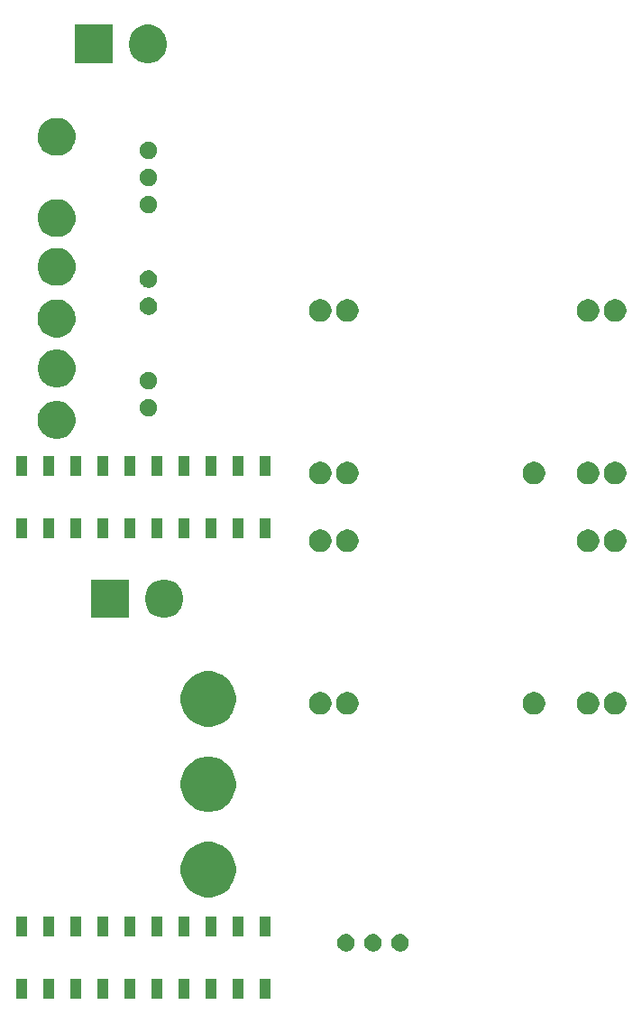
<source format=gbr>
G04 #@! TF.GenerationSoftware,KiCad,Pcbnew,(5.0.0)*
G04 #@! TF.CreationDate,2019-03-04T20:58:40-06:00*
G04 #@! TF.ProjectId,LightingBoard_Hardware,4C69676874696E67426F6172645F4861,rev?*
G04 #@! TF.SameCoordinates,Original*
G04 #@! TF.FileFunction,Soldermask,Bot*
G04 #@! TF.FilePolarity,Negative*
%FSLAX46Y46*%
G04 Gerber Fmt 4.6, Leading zero omitted, Abs format (unit mm)*
G04 Created by KiCad (PCBNEW (5.0.0)) date 03/04/19 20:58:40*
%MOMM*%
%LPD*%
G01*
G04 APERTURE LIST*
%ADD10C,0.100000*%
G04 APERTURE END LIST*
D10*
G36*
X116014301Y-124916401D02*
X114921701Y-124916401D01*
X114921701Y-123036401D01*
X116014301Y-123036401D01*
X116014301Y-124916401D01*
X116014301Y-124916401D01*
G37*
G36*
X123634301Y-124916401D02*
X122541701Y-124916401D01*
X122541701Y-123036401D01*
X123634301Y-123036401D01*
X123634301Y-124916401D01*
X123634301Y-124916401D01*
G37*
G36*
X103314301Y-124916401D02*
X102221701Y-124916401D01*
X102221701Y-123036401D01*
X103314301Y-123036401D01*
X103314301Y-124916401D01*
X103314301Y-124916401D01*
G37*
G36*
X105854301Y-124916401D02*
X104761701Y-124916401D01*
X104761701Y-123036401D01*
X105854301Y-123036401D01*
X105854301Y-124916401D01*
X105854301Y-124916401D01*
G37*
G36*
X108394301Y-124916401D02*
X107301701Y-124916401D01*
X107301701Y-123036401D01*
X108394301Y-123036401D01*
X108394301Y-124916401D01*
X108394301Y-124916401D01*
G37*
G36*
X110934301Y-124916401D02*
X109841701Y-124916401D01*
X109841701Y-123036401D01*
X110934301Y-123036401D01*
X110934301Y-124916401D01*
X110934301Y-124916401D01*
G37*
G36*
X113474301Y-124916401D02*
X112381701Y-124916401D01*
X112381701Y-123036401D01*
X113474301Y-123036401D01*
X113474301Y-124916401D01*
X113474301Y-124916401D01*
G37*
G36*
X126174301Y-124916401D02*
X125081701Y-124916401D01*
X125081701Y-123036401D01*
X126174301Y-123036401D01*
X126174301Y-124916401D01*
X126174301Y-124916401D01*
G37*
G36*
X121094301Y-124916401D02*
X120001701Y-124916401D01*
X120001701Y-123036401D01*
X121094301Y-123036401D01*
X121094301Y-124916401D01*
X121094301Y-124916401D01*
G37*
G36*
X118554301Y-124916401D02*
X117461701Y-124916401D01*
X117461701Y-123036401D01*
X118554301Y-123036401D01*
X118554301Y-124916401D01*
X118554301Y-124916401D01*
G37*
G36*
X138540142Y-118852242D02*
X138688102Y-118913530D01*
X138821258Y-119002502D01*
X138934498Y-119115742D01*
X139023470Y-119248898D01*
X139084758Y-119396858D01*
X139116000Y-119553925D01*
X139116000Y-119714075D01*
X139084758Y-119871142D01*
X139023470Y-120019102D01*
X138934498Y-120152258D01*
X138821258Y-120265498D01*
X138688102Y-120354470D01*
X138540142Y-120415758D01*
X138383075Y-120447000D01*
X138222925Y-120447000D01*
X138065858Y-120415758D01*
X137917898Y-120354470D01*
X137784742Y-120265498D01*
X137671502Y-120152258D01*
X137582530Y-120019102D01*
X137521242Y-119871142D01*
X137490000Y-119714075D01*
X137490000Y-119553925D01*
X137521242Y-119396858D01*
X137582530Y-119248898D01*
X137671502Y-119115742D01*
X137784742Y-119002502D01*
X137917898Y-118913530D01*
X138065858Y-118852242D01*
X138222925Y-118821000D01*
X138383075Y-118821000D01*
X138540142Y-118852242D01*
X138540142Y-118852242D01*
G37*
G36*
X136000142Y-118852242D02*
X136148102Y-118913530D01*
X136281258Y-119002502D01*
X136394498Y-119115742D01*
X136483470Y-119248898D01*
X136544758Y-119396858D01*
X136576000Y-119553925D01*
X136576000Y-119714075D01*
X136544758Y-119871142D01*
X136483470Y-120019102D01*
X136394498Y-120152258D01*
X136281258Y-120265498D01*
X136148102Y-120354470D01*
X136000142Y-120415758D01*
X135843075Y-120447000D01*
X135682925Y-120447000D01*
X135525858Y-120415758D01*
X135377898Y-120354470D01*
X135244742Y-120265498D01*
X135131502Y-120152258D01*
X135042530Y-120019102D01*
X134981242Y-119871142D01*
X134950000Y-119714075D01*
X134950000Y-119553925D01*
X134981242Y-119396858D01*
X135042530Y-119248898D01*
X135131502Y-119115742D01*
X135244742Y-119002502D01*
X135377898Y-118913530D01*
X135525858Y-118852242D01*
X135682925Y-118821000D01*
X135843075Y-118821000D01*
X136000142Y-118852242D01*
X136000142Y-118852242D01*
G37*
G36*
X133460142Y-118852242D02*
X133608102Y-118913530D01*
X133741258Y-119002502D01*
X133854498Y-119115742D01*
X133943470Y-119248898D01*
X134004758Y-119396858D01*
X134036000Y-119553925D01*
X134036000Y-119714075D01*
X134004758Y-119871142D01*
X133943470Y-120019102D01*
X133854498Y-120152258D01*
X133741258Y-120265498D01*
X133608102Y-120354470D01*
X133460142Y-120415758D01*
X133303075Y-120447000D01*
X133142925Y-120447000D01*
X132985858Y-120415758D01*
X132837898Y-120354470D01*
X132704742Y-120265498D01*
X132591502Y-120152258D01*
X132502530Y-120019102D01*
X132441242Y-119871142D01*
X132410000Y-119714075D01*
X132410000Y-119553925D01*
X132441242Y-119396858D01*
X132502530Y-119248898D01*
X132591502Y-119115742D01*
X132704742Y-119002502D01*
X132837898Y-118913530D01*
X132985858Y-118852242D01*
X133142925Y-118821000D01*
X133303075Y-118821000D01*
X133460142Y-118852242D01*
X133460142Y-118852242D01*
G37*
G36*
X108394301Y-119023601D02*
X107301701Y-119023601D01*
X107301701Y-117143601D01*
X108394301Y-117143601D01*
X108394301Y-119023601D01*
X108394301Y-119023601D01*
G37*
G36*
X103314301Y-119023601D02*
X102221701Y-119023601D01*
X102221701Y-117143601D01*
X103314301Y-117143601D01*
X103314301Y-119023601D01*
X103314301Y-119023601D01*
G37*
G36*
X110934301Y-119023601D02*
X109841701Y-119023601D01*
X109841701Y-117143601D01*
X110934301Y-117143601D01*
X110934301Y-119023601D01*
X110934301Y-119023601D01*
G37*
G36*
X113474301Y-119023601D02*
X112381701Y-119023601D01*
X112381701Y-117143601D01*
X113474301Y-117143601D01*
X113474301Y-119023601D01*
X113474301Y-119023601D01*
G37*
G36*
X116014301Y-119023601D02*
X114921701Y-119023601D01*
X114921701Y-117143601D01*
X116014301Y-117143601D01*
X116014301Y-119023601D01*
X116014301Y-119023601D01*
G37*
G36*
X121094301Y-119023601D02*
X120001701Y-119023601D01*
X120001701Y-117143601D01*
X121094301Y-117143601D01*
X121094301Y-119023601D01*
X121094301Y-119023601D01*
G37*
G36*
X123634301Y-119023601D02*
X122541701Y-119023601D01*
X122541701Y-117143601D01*
X123634301Y-117143601D01*
X123634301Y-119023601D01*
X123634301Y-119023601D01*
G37*
G36*
X126174301Y-119023601D02*
X125081701Y-119023601D01*
X125081701Y-117143601D01*
X126174301Y-117143601D01*
X126174301Y-119023601D01*
X126174301Y-119023601D01*
G37*
G36*
X105854301Y-119023601D02*
X104761701Y-119023601D01*
X104761701Y-117143601D01*
X105854301Y-117143601D01*
X105854301Y-119023601D01*
X105854301Y-119023601D01*
G37*
G36*
X118554301Y-119023601D02*
X117461701Y-119023601D01*
X117461701Y-117143601D01*
X118554301Y-117143601D01*
X118554301Y-119023601D01*
X118554301Y-119023601D01*
G37*
G36*
X120883308Y-110250380D02*
X121050167Y-110283570D01*
X121521699Y-110478885D01*
X121943203Y-110760526D01*
X121946069Y-110762441D01*
X122306959Y-111123331D01*
X122306961Y-111123334D01*
X122590515Y-111547701D01*
X122785830Y-112019233D01*
X122885400Y-112519809D01*
X122885400Y-113030191D01*
X122785830Y-113530767D01*
X122590515Y-114002299D01*
X122308874Y-114423803D01*
X122306959Y-114426669D01*
X121946069Y-114787559D01*
X121946066Y-114787561D01*
X121521699Y-115071115D01*
X121050167Y-115266430D01*
X120883308Y-115299620D01*
X120549593Y-115366000D01*
X120039207Y-115366000D01*
X119705492Y-115299620D01*
X119538633Y-115266430D01*
X119067101Y-115071115D01*
X118642734Y-114787561D01*
X118642731Y-114787559D01*
X118281841Y-114426669D01*
X118279926Y-114423803D01*
X117998285Y-114002299D01*
X117802970Y-113530767D01*
X117703400Y-113030191D01*
X117703400Y-112519809D01*
X117802970Y-112019233D01*
X117998285Y-111547701D01*
X118281839Y-111123334D01*
X118281841Y-111123331D01*
X118642731Y-110762441D01*
X118645597Y-110760526D01*
X119067101Y-110478885D01*
X119538633Y-110283570D01*
X119705492Y-110250380D01*
X120039207Y-110184000D01*
X120549593Y-110184000D01*
X120883308Y-110250380D01*
X120883308Y-110250380D01*
G37*
G36*
X120883308Y-102251380D02*
X121050167Y-102284570D01*
X121521699Y-102479885D01*
X121943203Y-102761526D01*
X121946069Y-102763441D01*
X122306959Y-103124331D01*
X122306961Y-103124334D01*
X122590515Y-103548701D01*
X122785830Y-104020233D01*
X122885400Y-104520809D01*
X122885400Y-105031191D01*
X122785830Y-105531767D01*
X122590515Y-106003299D01*
X122308874Y-106424803D01*
X122306959Y-106427669D01*
X121946069Y-106788559D01*
X121946066Y-106788561D01*
X121521699Y-107072115D01*
X121050167Y-107267430D01*
X120883308Y-107300620D01*
X120549593Y-107367000D01*
X120039207Y-107367000D01*
X119705492Y-107300620D01*
X119538633Y-107267430D01*
X119067101Y-107072115D01*
X118642734Y-106788561D01*
X118642731Y-106788559D01*
X118281841Y-106427669D01*
X118279926Y-106424803D01*
X117998285Y-106003299D01*
X117802970Y-105531767D01*
X117703400Y-105031191D01*
X117703400Y-104520809D01*
X117802970Y-104020233D01*
X117998285Y-103548701D01*
X118281839Y-103124334D01*
X118281841Y-103124331D01*
X118642731Y-102763441D01*
X118645597Y-102761526D01*
X119067101Y-102479885D01*
X119538633Y-102284570D01*
X119705492Y-102251380D01*
X120039207Y-102185000D01*
X120549593Y-102185000D01*
X120883308Y-102251380D01*
X120883308Y-102251380D01*
G37*
G36*
X120883308Y-94250380D02*
X121050167Y-94283570D01*
X121521699Y-94478885D01*
X121943203Y-94760526D01*
X121946069Y-94762441D01*
X122306959Y-95123331D01*
X122306961Y-95123334D01*
X122590515Y-95547701D01*
X122590515Y-95547702D01*
X122785830Y-96019234D01*
X122885400Y-96519807D01*
X122885400Y-97030193D01*
X122835210Y-97282514D01*
X122785830Y-97530767D01*
X122590515Y-98002299D01*
X122308874Y-98423803D01*
X122306959Y-98426669D01*
X121946069Y-98787559D01*
X121946066Y-98787561D01*
X121521699Y-99071115D01*
X121050167Y-99266430D01*
X120883308Y-99299620D01*
X120549593Y-99366000D01*
X120039207Y-99366000D01*
X119705492Y-99299620D01*
X119538633Y-99266430D01*
X119067101Y-99071115D01*
X118642734Y-98787561D01*
X118642731Y-98787559D01*
X118281841Y-98426669D01*
X118279926Y-98423803D01*
X117998285Y-98002299D01*
X117802970Y-97530767D01*
X117753590Y-97282514D01*
X117703400Y-97030193D01*
X117703400Y-96519807D01*
X117802970Y-96019234D01*
X117998285Y-95547702D01*
X117998285Y-95547701D01*
X118281839Y-95123334D01*
X118281841Y-95123331D01*
X118642731Y-94762441D01*
X118645597Y-94760526D01*
X119067101Y-94478885D01*
X119538633Y-94283570D01*
X119705492Y-94250380D01*
X120039207Y-94184000D01*
X120549593Y-94184000D01*
X120883308Y-94250380D01*
X120883308Y-94250380D01*
G37*
G36*
X158795681Y-96168389D02*
X158986950Y-96247615D01*
X159159092Y-96362637D01*
X159305479Y-96509024D01*
X159420501Y-96681166D01*
X159499727Y-96872435D01*
X159540116Y-97075484D01*
X159540116Y-97282516D01*
X159499727Y-97485565D01*
X159420501Y-97676834D01*
X159305479Y-97848976D01*
X159159092Y-97995363D01*
X158986950Y-98110385D01*
X158795681Y-98189611D01*
X158592632Y-98230000D01*
X158385600Y-98230000D01*
X158182551Y-98189611D01*
X157991282Y-98110385D01*
X157819140Y-97995363D01*
X157672753Y-97848976D01*
X157557731Y-97676834D01*
X157478505Y-97485565D01*
X157438116Y-97282516D01*
X157438116Y-97075484D01*
X157478505Y-96872435D01*
X157557731Y-96681166D01*
X157672753Y-96509024D01*
X157819140Y-96362637D01*
X157991282Y-96247615D01*
X158182551Y-96168389D01*
X158385600Y-96128000D01*
X158592632Y-96128000D01*
X158795681Y-96168389D01*
X158795681Y-96168389D01*
G37*
G36*
X131109681Y-96168389D02*
X131300950Y-96247615D01*
X131473092Y-96362637D01*
X131619479Y-96509024D01*
X131734501Y-96681166D01*
X131813727Y-96872435D01*
X131854116Y-97075484D01*
X131854116Y-97282516D01*
X131813727Y-97485565D01*
X131734501Y-97676834D01*
X131619479Y-97848976D01*
X131473092Y-97995363D01*
X131300950Y-98110385D01*
X131109681Y-98189611D01*
X130906632Y-98230000D01*
X130699600Y-98230000D01*
X130496551Y-98189611D01*
X130305282Y-98110385D01*
X130133140Y-97995363D01*
X129986753Y-97848976D01*
X129871731Y-97676834D01*
X129792505Y-97485565D01*
X129752116Y-97282516D01*
X129752116Y-97075484D01*
X129792505Y-96872435D01*
X129871731Y-96681166D01*
X129986753Y-96509024D01*
X130133140Y-96362637D01*
X130305282Y-96247615D01*
X130496551Y-96168389D01*
X130699600Y-96128000D01*
X130906632Y-96128000D01*
X131109681Y-96168389D01*
X131109681Y-96168389D01*
G37*
G36*
X133649681Y-96168389D02*
X133840950Y-96247615D01*
X134013092Y-96362637D01*
X134159479Y-96509024D01*
X134274501Y-96681166D01*
X134353727Y-96872435D01*
X134394116Y-97075484D01*
X134394116Y-97282516D01*
X134353727Y-97485565D01*
X134274501Y-97676834D01*
X134159479Y-97848976D01*
X134013092Y-97995363D01*
X133840950Y-98110385D01*
X133649681Y-98189611D01*
X133446632Y-98230000D01*
X133239600Y-98230000D01*
X133036551Y-98189611D01*
X132845282Y-98110385D01*
X132673140Y-97995363D01*
X132526753Y-97848976D01*
X132411731Y-97676834D01*
X132332505Y-97485565D01*
X132292116Y-97282516D01*
X132292116Y-97075484D01*
X132332505Y-96872435D01*
X132411731Y-96681166D01*
X132526753Y-96509024D01*
X132673140Y-96362637D01*
X132845282Y-96247615D01*
X133036551Y-96168389D01*
X133239600Y-96128000D01*
X133446632Y-96128000D01*
X133649681Y-96168389D01*
X133649681Y-96168389D01*
G37*
G36*
X151175681Y-96168389D02*
X151366950Y-96247615D01*
X151539092Y-96362637D01*
X151685479Y-96509024D01*
X151800501Y-96681166D01*
X151879727Y-96872435D01*
X151920116Y-97075484D01*
X151920116Y-97282516D01*
X151879727Y-97485565D01*
X151800501Y-97676834D01*
X151685479Y-97848976D01*
X151539092Y-97995363D01*
X151366950Y-98110385D01*
X151175681Y-98189611D01*
X150972632Y-98230000D01*
X150765600Y-98230000D01*
X150562551Y-98189611D01*
X150371282Y-98110385D01*
X150199140Y-97995363D01*
X150052753Y-97848976D01*
X149937731Y-97676834D01*
X149858505Y-97485565D01*
X149818116Y-97282516D01*
X149818116Y-97075484D01*
X149858505Y-96872435D01*
X149937731Y-96681166D01*
X150052753Y-96509024D01*
X150199140Y-96362637D01*
X150371282Y-96247615D01*
X150562551Y-96168389D01*
X150765600Y-96128000D01*
X150972632Y-96128000D01*
X151175681Y-96168389D01*
X151175681Y-96168389D01*
G37*
G36*
X156255681Y-96168389D02*
X156446950Y-96247615D01*
X156619092Y-96362637D01*
X156765479Y-96509024D01*
X156880501Y-96681166D01*
X156959727Y-96872435D01*
X157000116Y-97075484D01*
X157000116Y-97282516D01*
X156959727Y-97485565D01*
X156880501Y-97676834D01*
X156765479Y-97848976D01*
X156619092Y-97995363D01*
X156446950Y-98110385D01*
X156255681Y-98189611D01*
X156052632Y-98230000D01*
X155845600Y-98230000D01*
X155642551Y-98189611D01*
X155451282Y-98110385D01*
X155279140Y-97995363D01*
X155132753Y-97848976D01*
X155017731Y-97676834D01*
X154938505Y-97485565D01*
X154898116Y-97282516D01*
X154898116Y-97075484D01*
X154938505Y-96872435D01*
X155017731Y-96681166D01*
X155132753Y-96509024D01*
X155279140Y-96362637D01*
X155451282Y-96247615D01*
X155642551Y-96168389D01*
X155845600Y-96128000D01*
X156052632Y-96128000D01*
X156255681Y-96168389D01*
X156255681Y-96168389D01*
G37*
G36*
X112862500Y-89177000D02*
X109260500Y-89177000D01*
X109260500Y-85575000D01*
X112862500Y-85575000D01*
X112862500Y-89177000D01*
X112862500Y-89177000D01*
G37*
G36*
X116666831Y-85644211D02*
X116994592Y-85779974D01*
X117289573Y-85977074D01*
X117540426Y-86227927D01*
X117737526Y-86522908D01*
X117873289Y-86850669D01*
X117942500Y-87198616D01*
X117942500Y-87553384D01*
X117873289Y-87901331D01*
X117737526Y-88229092D01*
X117540426Y-88524073D01*
X117289573Y-88774926D01*
X116994592Y-88972026D01*
X116666831Y-89107789D01*
X116318884Y-89177000D01*
X115964116Y-89177000D01*
X115616169Y-89107789D01*
X115288408Y-88972026D01*
X114993427Y-88774926D01*
X114742574Y-88524073D01*
X114545474Y-88229092D01*
X114409711Y-87901331D01*
X114340500Y-87553384D01*
X114340500Y-87198616D01*
X114409711Y-86850669D01*
X114545474Y-86522908D01*
X114742574Y-86227927D01*
X114993427Y-85977074D01*
X115288408Y-85779974D01*
X115616169Y-85644211D01*
X115964116Y-85575000D01*
X116318884Y-85575000D01*
X116666831Y-85644211D01*
X116666831Y-85644211D01*
G37*
G36*
X156255681Y-80928389D02*
X156446950Y-81007615D01*
X156619092Y-81122637D01*
X156765479Y-81269024D01*
X156880501Y-81441166D01*
X156959727Y-81632435D01*
X157000116Y-81835484D01*
X157000116Y-82042516D01*
X156959727Y-82245565D01*
X156880501Y-82436834D01*
X156765479Y-82608976D01*
X156619092Y-82755363D01*
X156446950Y-82870385D01*
X156255681Y-82949611D01*
X156052632Y-82990000D01*
X155845600Y-82990000D01*
X155642551Y-82949611D01*
X155451282Y-82870385D01*
X155279140Y-82755363D01*
X155132753Y-82608976D01*
X155017731Y-82436834D01*
X154938505Y-82245565D01*
X154898116Y-82042516D01*
X154898116Y-81835484D01*
X154938505Y-81632435D01*
X155017731Y-81441166D01*
X155132753Y-81269024D01*
X155279140Y-81122637D01*
X155451282Y-81007615D01*
X155642551Y-80928389D01*
X155845600Y-80888000D01*
X156052632Y-80888000D01*
X156255681Y-80928389D01*
X156255681Y-80928389D01*
G37*
G36*
X158795681Y-80928389D02*
X158986950Y-81007615D01*
X159159092Y-81122637D01*
X159305479Y-81269024D01*
X159420501Y-81441166D01*
X159499727Y-81632435D01*
X159540116Y-81835484D01*
X159540116Y-82042516D01*
X159499727Y-82245565D01*
X159420501Y-82436834D01*
X159305479Y-82608976D01*
X159159092Y-82755363D01*
X158986950Y-82870385D01*
X158795681Y-82949611D01*
X158592632Y-82990000D01*
X158385600Y-82990000D01*
X158182551Y-82949611D01*
X157991282Y-82870385D01*
X157819140Y-82755363D01*
X157672753Y-82608976D01*
X157557731Y-82436834D01*
X157478505Y-82245565D01*
X157438116Y-82042516D01*
X157438116Y-81835484D01*
X157478505Y-81632435D01*
X157557731Y-81441166D01*
X157672753Y-81269024D01*
X157819140Y-81122637D01*
X157991282Y-81007615D01*
X158182551Y-80928389D01*
X158385600Y-80888000D01*
X158592632Y-80888000D01*
X158795681Y-80928389D01*
X158795681Y-80928389D01*
G37*
G36*
X131109681Y-80928389D02*
X131300950Y-81007615D01*
X131473092Y-81122637D01*
X131619479Y-81269024D01*
X131734501Y-81441166D01*
X131813727Y-81632435D01*
X131854116Y-81835484D01*
X131854116Y-82042516D01*
X131813727Y-82245565D01*
X131734501Y-82436834D01*
X131619479Y-82608976D01*
X131473092Y-82755363D01*
X131300950Y-82870385D01*
X131109681Y-82949611D01*
X130906632Y-82990000D01*
X130699600Y-82990000D01*
X130496551Y-82949611D01*
X130305282Y-82870385D01*
X130133140Y-82755363D01*
X129986753Y-82608976D01*
X129871731Y-82436834D01*
X129792505Y-82245565D01*
X129752116Y-82042516D01*
X129752116Y-81835484D01*
X129792505Y-81632435D01*
X129871731Y-81441166D01*
X129986753Y-81269024D01*
X130133140Y-81122637D01*
X130305282Y-81007615D01*
X130496551Y-80928389D01*
X130699600Y-80888000D01*
X130906632Y-80888000D01*
X131109681Y-80928389D01*
X131109681Y-80928389D01*
G37*
G36*
X133649681Y-80928389D02*
X133840950Y-81007615D01*
X134013092Y-81122637D01*
X134159479Y-81269024D01*
X134274501Y-81441166D01*
X134353727Y-81632435D01*
X134394116Y-81835484D01*
X134394116Y-82042516D01*
X134353727Y-82245565D01*
X134274501Y-82436834D01*
X134159479Y-82608976D01*
X134013092Y-82755363D01*
X133840950Y-82870385D01*
X133649681Y-82949611D01*
X133446632Y-82990000D01*
X133239600Y-82990000D01*
X133036551Y-82949611D01*
X132845282Y-82870385D01*
X132673140Y-82755363D01*
X132526753Y-82608976D01*
X132411731Y-82436834D01*
X132332505Y-82245565D01*
X132292116Y-82042516D01*
X132292116Y-81835484D01*
X132332505Y-81632435D01*
X132411731Y-81441166D01*
X132526753Y-81269024D01*
X132673140Y-81122637D01*
X132845282Y-81007615D01*
X133036551Y-80928389D01*
X133239600Y-80888000D01*
X133446632Y-80888000D01*
X133649681Y-80928389D01*
X133649681Y-80928389D01*
G37*
G36*
X103314301Y-81736401D02*
X102221701Y-81736401D01*
X102221701Y-79856401D01*
X103314301Y-79856401D01*
X103314301Y-81736401D01*
X103314301Y-81736401D01*
G37*
G36*
X108394301Y-81736401D02*
X107301701Y-81736401D01*
X107301701Y-79856401D01*
X108394301Y-79856401D01*
X108394301Y-81736401D01*
X108394301Y-81736401D01*
G37*
G36*
X110934301Y-81736401D02*
X109841701Y-81736401D01*
X109841701Y-79856401D01*
X110934301Y-79856401D01*
X110934301Y-81736401D01*
X110934301Y-81736401D01*
G37*
G36*
X121094301Y-81736401D02*
X120001701Y-81736401D01*
X120001701Y-79856401D01*
X121094301Y-79856401D01*
X121094301Y-81736401D01*
X121094301Y-81736401D01*
G37*
G36*
X113474301Y-81736401D02*
X112381701Y-81736401D01*
X112381701Y-79856401D01*
X113474301Y-79856401D01*
X113474301Y-81736401D01*
X113474301Y-81736401D01*
G37*
G36*
X123634301Y-81736401D02*
X122541701Y-81736401D01*
X122541701Y-79856401D01*
X123634301Y-79856401D01*
X123634301Y-81736401D01*
X123634301Y-81736401D01*
G37*
G36*
X116014301Y-81736401D02*
X114921701Y-81736401D01*
X114921701Y-79856401D01*
X116014301Y-79856401D01*
X116014301Y-81736401D01*
X116014301Y-81736401D01*
G37*
G36*
X118554301Y-81736401D02*
X117461701Y-81736401D01*
X117461701Y-79856401D01*
X118554301Y-79856401D01*
X118554301Y-81736401D01*
X118554301Y-81736401D01*
G37*
G36*
X105854301Y-81736401D02*
X104761701Y-81736401D01*
X104761701Y-79856401D01*
X105854301Y-79856401D01*
X105854301Y-81736401D01*
X105854301Y-81736401D01*
G37*
G36*
X126174301Y-81736401D02*
X125081701Y-81736401D01*
X125081701Y-79856401D01*
X126174301Y-79856401D01*
X126174301Y-81736401D01*
X126174301Y-81736401D01*
G37*
G36*
X131109681Y-74578389D02*
X131300950Y-74657615D01*
X131473092Y-74772637D01*
X131619479Y-74919024D01*
X131734501Y-75091166D01*
X131813727Y-75282435D01*
X131854116Y-75485484D01*
X131854116Y-75692516D01*
X131813727Y-75895565D01*
X131734501Y-76086834D01*
X131619479Y-76258976D01*
X131473092Y-76405363D01*
X131300950Y-76520385D01*
X131109681Y-76599611D01*
X130906632Y-76640000D01*
X130699600Y-76640000D01*
X130496551Y-76599611D01*
X130305282Y-76520385D01*
X130133140Y-76405363D01*
X129986753Y-76258976D01*
X129871731Y-76086834D01*
X129792505Y-75895565D01*
X129752116Y-75692516D01*
X129752116Y-75485484D01*
X129792505Y-75282435D01*
X129871731Y-75091166D01*
X129986753Y-74919024D01*
X130133140Y-74772637D01*
X130305282Y-74657615D01*
X130496551Y-74578389D01*
X130699600Y-74538000D01*
X130906632Y-74538000D01*
X131109681Y-74578389D01*
X131109681Y-74578389D01*
G37*
G36*
X156255681Y-74578389D02*
X156446950Y-74657615D01*
X156619092Y-74772637D01*
X156765479Y-74919024D01*
X156880501Y-75091166D01*
X156959727Y-75282435D01*
X157000116Y-75485484D01*
X157000116Y-75692516D01*
X156959727Y-75895565D01*
X156880501Y-76086834D01*
X156765479Y-76258976D01*
X156619092Y-76405363D01*
X156446950Y-76520385D01*
X156255681Y-76599611D01*
X156052632Y-76640000D01*
X155845600Y-76640000D01*
X155642551Y-76599611D01*
X155451282Y-76520385D01*
X155279140Y-76405363D01*
X155132753Y-76258976D01*
X155017731Y-76086834D01*
X154938505Y-75895565D01*
X154898116Y-75692516D01*
X154898116Y-75485484D01*
X154938505Y-75282435D01*
X155017731Y-75091166D01*
X155132753Y-74919024D01*
X155279140Y-74772637D01*
X155451282Y-74657615D01*
X155642551Y-74578389D01*
X155845600Y-74538000D01*
X156052632Y-74538000D01*
X156255681Y-74578389D01*
X156255681Y-74578389D01*
G37*
G36*
X133649681Y-74578389D02*
X133840950Y-74657615D01*
X134013092Y-74772637D01*
X134159479Y-74919024D01*
X134274501Y-75091166D01*
X134353727Y-75282435D01*
X134394116Y-75485484D01*
X134394116Y-75692516D01*
X134353727Y-75895565D01*
X134274501Y-76086834D01*
X134159479Y-76258976D01*
X134013092Y-76405363D01*
X133840950Y-76520385D01*
X133649681Y-76599611D01*
X133446632Y-76640000D01*
X133239600Y-76640000D01*
X133036551Y-76599611D01*
X132845282Y-76520385D01*
X132673140Y-76405363D01*
X132526753Y-76258976D01*
X132411731Y-76086834D01*
X132332505Y-75895565D01*
X132292116Y-75692516D01*
X132292116Y-75485484D01*
X132332505Y-75282435D01*
X132411731Y-75091166D01*
X132526753Y-74919024D01*
X132673140Y-74772637D01*
X132845282Y-74657615D01*
X133036551Y-74578389D01*
X133239600Y-74538000D01*
X133446632Y-74538000D01*
X133649681Y-74578389D01*
X133649681Y-74578389D01*
G37*
G36*
X151175681Y-74578389D02*
X151366950Y-74657615D01*
X151539092Y-74772637D01*
X151685479Y-74919024D01*
X151800501Y-75091166D01*
X151879727Y-75282435D01*
X151920116Y-75485484D01*
X151920116Y-75692516D01*
X151879727Y-75895565D01*
X151800501Y-76086834D01*
X151685479Y-76258976D01*
X151539092Y-76405363D01*
X151366950Y-76520385D01*
X151175681Y-76599611D01*
X150972632Y-76640000D01*
X150765600Y-76640000D01*
X150562551Y-76599611D01*
X150371282Y-76520385D01*
X150199140Y-76405363D01*
X150052753Y-76258976D01*
X149937731Y-76086834D01*
X149858505Y-75895565D01*
X149818116Y-75692516D01*
X149818116Y-75485484D01*
X149858505Y-75282435D01*
X149937731Y-75091166D01*
X150052753Y-74919024D01*
X150199140Y-74772637D01*
X150371282Y-74657615D01*
X150562551Y-74578389D01*
X150765600Y-74538000D01*
X150972632Y-74538000D01*
X151175681Y-74578389D01*
X151175681Y-74578389D01*
G37*
G36*
X158795681Y-74578389D02*
X158986950Y-74657615D01*
X159159092Y-74772637D01*
X159305479Y-74919024D01*
X159420501Y-75091166D01*
X159499727Y-75282435D01*
X159540116Y-75485484D01*
X159540116Y-75692516D01*
X159499727Y-75895565D01*
X159420501Y-76086834D01*
X159305479Y-76258976D01*
X159159092Y-76405363D01*
X158986950Y-76520385D01*
X158795681Y-76599611D01*
X158592632Y-76640000D01*
X158385600Y-76640000D01*
X158182551Y-76599611D01*
X157991282Y-76520385D01*
X157819140Y-76405363D01*
X157672753Y-76258976D01*
X157557731Y-76086834D01*
X157478505Y-75895565D01*
X157438116Y-75692516D01*
X157438116Y-75485484D01*
X157478505Y-75282435D01*
X157557731Y-75091166D01*
X157672753Y-74919024D01*
X157819140Y-74772637D01*
X157991282Y-74657615D01*
X158182551Y-74578389D01*
X158385600Y-74538000D01*
X158592632Y-74538000D01*
X158795681Y-74578389D01*
X158795681Y-74578389D01*
G37*
G36*
X108394301Y-75843601D02*
X107301701Y-75843601D01*
X107301701Y-73963601D01*
X108394301Y-73963601D01*
X108394301Y-75843601D01*
X108394301Y-75843601D01*
G37*
G36*
X105854301Y-75843601D02*
X104761701Y-75843601D01*
X104761701Y-73963601D01*
X105854301Y-73963601D01*
X105854301Y-75843601D01*
X105854301Y-75843601D01*
G37*
G36*
X103314301Y-75843601D02*
X102221701Y-75843601D01*
X102221701Y-73963601D01*
X103314301Y-73963601D01*
X103314301Y-75843601D01*
X103314301Y-75843601D01*
G37*
G36*
X110934301Y-75843601D02*
X109841701Y-75843601D01*
X109841701Y-73963601D01*
X110934301Y-73963601D01*
X110934301Y-75843601D01*
X110934301Y-75843601D01*
G37*
G36*
X126174301Y-75843601D02*
X125081701Y-75843601D01*
X125081701Y-73963601D01*
X126174301Y-73963601D01*
X126174301Y-75843601D01*
X126174301Y-75843601D01*
G37*
G36*
X121094301Y-75843601D02*
X120001701Y-75843601D01*
X120001701Y-73963601D01*
X121094301Y-73963601D01*
X121094301Y-75843601D01*
X121094301Y-75843601D01*
G37*
G36*
X118554301Y-75843601D02*
X117461701Y-75843601D01*
X117461701Y-73963601D01*
X118554301Y-73963601D01*
X118554301Y-75843601D01*
X118554301Y-75843601D01*
G37*
G36*
X116014301Y-75843601D02*
X114921701Y-75843601D01*
X114921701Y-73963601D01*
X116014301Y-73963601D01*
X116014301Y-75843601D01*
X116014301Y-75843601D01*
G37*
G36*
X113474301Y-75843601D02*
X112381701Y-75843601D01*
X112381701Y-73963601D01*
X113474301Y-73963601D01*
X113474301Y-75843601D01*
X113474301Y-75843601D01*
G37*
G36*
X123634301Y-75843601D02*
X122541701Y-75843601D01*
X122541701Y-73963601D01*
X123634301Y-73963601D01*
X123634301Y-75843601D01*
X123634301Y-75843601D01*
G37*
G36*
X106559037Y-68906250D02*
X106559039Y-68906251D01*
X106559040Y-68906251D01*
X106882251Y-69040129D01*
X107169192Y-69231857D01*
X107173137Y-69234493D01*
X107420507Y-69481863D01*
X107420509Y-69481866D01*
X107614871Y-69772749D01*
X107648568Y-69854102D01*
X107748750Y-70095963D01*
X107785755Y-70282000D01*
X107817000Y-70439079D01*
X107817000Y-70788921D01*
X107748749Y-71132040D01*
X107614871Y-71455251D01*
X107614870Y-71455252D01*
X107420507Y-71746137D01*
X107173137Y-71993507D01*
X107173134Y-71993509D01*
X106882251Y-72187871D01*
X106559040Y-72321749D01*
X106559039Y-72321749D01*
X106559037Y-72321750D01*
X106215922Y-72390000D01*
X105866078Y-72390000D01*
X105522963Y-72321750D01*
X105522961Y-72321749D01*
X105522960Y-72321749D01*
X105199749Y-72187871D01*
X104908866Y-71993509D01*
X104908863Y-71993507D01*
X104661493Y-71746137D01*
X104467130Y-71455252D01*
X104467129Y-71455251D01*
X104333251Y-71132040D01*
X104265000Y-70788921D01*
X104265000Y-70439079D01*
X104296245Y-70282000D01*
X104333250Y-70095963D01*
X104433432Y-69854102D01*
X104467129Y-69772749D01*
X104661491Y-69481866D01*
X104661493Y-69481863D01*
X104908863Y-69234493D01*
X104912808Y-69231857D01*
X105199749Y-69040129D01*
X105522960Y-68906251D01*
X105522961Y-68906251D01*
X105522963Y-68906250D01*
X105866078Y-68838000D01*
X106215922Y-68838000D01*
X106559037Y-68906250D01*
X106559037Y-68906250D01*
G37*
G36*
X114918142Y-68687242D02*
X115066102Y-68748530D01*
X115199258Y-68837502D01*
X115312498Y-68950742D01*
X115401470Y-69083898D01*
X115462758Y-69231858D01*
X115494000Y-69388925D01*
X115494000Y-69549075D01*
X115462758Y-69706142D01*
X115401470Y-69854102D01*
X115312498Y-69987258D01*
X115199258Y-70100498D01*
X115066102Y-70189470D01*
X114918142Y-70250758D01*
X114761075Y-70282000D01*
X114600925Y-70282000D01*
X114443858Y-70250758D01*
X114295898Y-70189470D01*
X114162742Y-70100498D01*
X114049502Y-69987258D01*
X113960530Y-69854102D01*
X113899242Y-69706142D01*
X113868000Y-69549075D01*
X113868000Y-69388925D01*
X113899242Y-69231858D01*
X113960530Y-69083898D01*
X114049502Y-68950742D01*
X114162742Y-68837502D01*
X114295898Y-68748530D01*
X114443858Y-68687242D01*
X114600925Y-68656000D01*
X114761075Y-68656000D01*
X114918142Y-68687242D01*
X114918142Y-68687242D01*
G37*
G36*
X114918142Y-66147242D02*
X115066102Y-66208530D01*
X115199258Y-66297502D01*
X115312498Y-66410742D01*
X115401470Y-66543898D01*
X115462758Y-66691858D01*
X115494000Y-66848925D01*
X115494000Y-67009075D01*
X115462758Y-67166142D01*
X115415354Y-67280583D01*
X115401471Y-67314100D01*
X115312499Y-67447257D01*
X115199257Y-67560499D01*
X115133130Y-67604683D01*
X115066102Y-67649470D01*
X114918142Y-67710758D01*
X114761075Y-67742000D01*
X114600925Y-67742000D01*
X114443858Y-67710758D01*
X114295898Y-67649470D01*
X114228870Y-67604683D01*
X114162743Y-67560499D01*
X114049501Y-67447257D01*
X113960529Y-67314100D01*
X113946646Y-67280583D01*
X113899242Y-67166142D01*
X113868000Y-67009075D01*
X113868000Y-66848925D01*
X113899242Y-66691858D01*
X113960530Y-66543898D01*
X114049502Y-66410742D01*
X114162742Y-66297502D01*
X114295898Y-66208530D01*
X114443858Y-66147242D01*
X114600925Y-66116000D01*
X114761075Y-66116000D01*
X114918142Y-66147242D01*
X114918142Y-66147242D01*
G37*
G36*
X106563037Y-64078250D02*
X106563039Y-64078251D01*
X106563040Y-64078251D01*
X106886251Y-64212129D01*
X106886252Y-64212130D01*
X107177137Y-64406493D01*
X107424507Y-64653863D01*
X107424509Y-64653866D01*
X107618871Y-64944749D01*
X107752749Y-65267960D01*
X107752750Y-65267963D01*
X107821000Y-65611078D01*
X107821000Y-65960922D01*
X107754050Y-66297502D01*
X107752749Y-66304040D01*
X107618871Y-66627251D01*
X107575702Y-66691858D01*
X107424507Y-66918137D01*
X107177137Y-67165507D01*
X107177134Y-67165509D01*
X106886251Y-67359871D01*
X106563040Y-67493749D01*
X106563039Y-67493749D01*
X106563037Y-67493750D01*
X106219922Y-67562000D01*
X105870078Y-67562000D01*
X105526963Y-67493750D01*
X105526961Y-67493749D01*
X105526960Y-67493749D01*
X105203749Y-67359871D01*
X104912866Y-67165509D01*
X104912863Y-67165507D01*
X104665493Y-66918137D01*
X104514298Y-66691858D01*
X104471129Y-66627251D01*
X104337251Y-66304040D01*
X104335951Y-66297502D01*
X104269000Y-65960922D01*
X104269000Y-65611078D01*
X104337250Y-65267963D01*
X104337251Y-65267960D01*
X104471129Y-64944749D01*
X104665491Y-64653866D01*
X104665493Y-64653863D01*
X104912863Y-64406493D01*
X105203748Y-64212130D01*
X105203749Y-64212129D01*
X105526960Y-64078251D01*
X105526961Y-64078251D01*
X105526963Y-64078250D01*
X105870078Y-64010000D01*
X106219922Y-64010000D01*
X106563037Y-64078250D01*
X106563037Y-64078250D01*
G37*
G36*
X106559037Y-59381250D02*
X106559039Y-59381251D01*
X106559040Y-59381251D01*
X106882251Y-59515129D01*
X107127537Y-59679024D01*
X107173137Y-59709493D01*
X107420507Y-59956863D01*
X107420509Y-59956866D01*
X107614871Y-60247749D01*
X107648568Y-60329102D01*
X107748750Y-60570963D01*
X107785755Y-60757000D01*
X107817000Y-60914079D01*
X107817000Y-61263921D01*
X107748749Y-61607040D01*
X107614871Y-61930251D01*
X107614870Y-61930252D01*
X107420507Y-62221137D01*
X107173137Y-62468507D01*
X107173134Y-62468509D01*
X106882251Y-62662871D01*
X106559040Y-62796749D01*
X106559039Y-62796749D01*
X106559037Y-62796750D01*
X106215922Y-62865000D01*
X105866078Y-62865000D01*
X105522963Y-62796750D01*
X105522961Y-62796749D01*
X105522960Y-62796749D01*
X105199749Y-62662871D01*
X104908866Y-62468509D01*
X104908863Y-62468507D01*
X104661493Y-62221137D01*
X104467130Y-61930252D01*
X104467129Y-61930251D01*
X104333251Y-61607040D01*
X104265000Y-61263921D01*
X104265000Y-60914079D01*
X104296245Y-60757000D01*
X104333250Y-60570963D01*
X104433432Y-60329102D01*
X104467129Y-60247749D01*
X104661491Y-59956866D01*
X104661493Y-59956863D01*
X104908863Y-59709493D01*
X104954463Y-59679024D01*
X105199749Y-59515129D01*
X105522960Y-59381251D01*
X105522961Y-59381251D01*
X105522963Y-59381250D01*
X105866078Y-59313000D01*
X106215922Y-59313000D01*
X106559037Y-59381250D01*
X106559037Y-59381250D01*
G37*
G36*
X131109681Y-59338389D02*
X131300950Y-59417615D01*
X131473092Y-59532637D01*
X131619479Y-59679024D01*
X131734501Y-59851166D01*
X131813727Y-60042435D01*
X131854116Y-60245484D01*
X131854116Y-60452516D01*
X131813727Y-60655565D01*
X131734501Y-60846834D01*
X131619479Y-61018976D01*
X131473092Y-61165363D01*
X131300950Y-61280385D01*
X131109681Y-61359611D01*
X130906632Y-61400000D01*
X130699600Y-61400000D01*
X130496551Y-61359611D01*
X130305282Y-61280385D01*
X130133140Y-61165363D01*
X129986753Y-61018976D01*
X129871731Y-60846834D01*
X129792505Y-60655565D01*
X129752116Y-60452516D01*
X129752116Y-60245484D01*
X129792505Y-60042435D01*
X129871731Y-59851166D01*
X129986753Y-59679024D01*
X130133140Y-59532637D01*
X130305282Y-59417615D01*
X130496551Y-59338389D01*
X130699600Y-59298000D01*
X130906632Y-59298000D01*
X131109681Y-59338389D01*
X131109681Y-59338389D01*
G37*
G36*
X158795681Y-59338389D02*
X158986950Y-59417615D01*
X159159092Y-59532637D01*
X159305479Y-59679024D01*
X159420501Y-59851166D01*
X159499727Y-60042435D01*
X159540116Y-60245484D01*
X159540116Y-60452516D01*
X159499727Y-60655565D01*
X159420501Y-60846834D01*
X159305479Y-61018976D01*
X159159092Y-61165363D01*
X158986950Y-61280385D01*
X158795681Y-61359611D01*
X158592632Y-61400000D01*
X158385600Y-61400000D01*
X158182551Y-61359611D01*
X157991282Y-61280385D01*
X157819140Y-61165363D01*
X157672753Y-61018976D01*
X157557731Y-60846834D01*
X157478505Y-60655565D01*
X157438116Y-60452516D01*
X157438116Y-60245484D01*
X157478505Y-60042435D01*
X157557731Y-59851166D01*
X157672753Y-59679024D01*
X157819140Y-59532637D01*
X157991282Y-59417615D01*
X158182551Y-59338389D01*
X158385600Y-59298000D01*
X158592632Y-59298000D01*
X158795681Y-59338389D01*
X158795681Y-59338389D01*
G37*
G36*
X133649681Y-59338389D02*
X133840950Y-59417615D01*
X134013092Y-59532637D01*
X134159479Y-59679024D01*
X134274501Y-59851166D01*
X134353727Y-60042435D01*
X134394116Y-60245484D01*
X134394116Y-60452516D01*
X134353727Y-60655565D01*
X134274501Y-60846834D01*
X134159479Y-61018976D01*
X134013092Y-61165363D01*
X133840950Y-61280385D01*
X133649681Y-61359611D01*
X133446632Y-61400000D01*
X133239600Y-61400000D01*
X133036551Y-61359611D01*
X132845282Y-61280385D01*
X132673140Y-61165363D01*
X132526753Y-61018976D01*
X132411731Y-60846834D01*
X132332505Y-60655565D01*
X132292116Y-60452516D01*
X132292116Y-60245484D01*
X132332505Y-60042435D01*
X132411731Y-59851166D01*
X132526753Y-59679024D01*
X132673140Y-59532637D01*
X132845282Y-59417615D01*
X133036551Y-59338389D01*
X133239600Y-59298000D01*
X133446632Y-59298000D01*
X133649681Y-59338389D01*
X133649681Y-59338389D01*
G37*
G36*
X156255681Y-59338389D02*
X156446950Y-59417615D01*
X156619092Y-59532637D01*
X156765479Y-59679024D01*
X156880501Y-59851166D01*
X156959727Y-60042435D01*
X157000116Y-60245484D01*
X157000116Y-60452516D01*
X156959727Y-60655565D01*
X156880501Y-60846834D01*
X156765479Y-61018976D01*
X156619092Y-61165363D01*
X156446950Y-61280385D01*
X156255681Y-61359611D01*
X156052632Y-61400000D01*
X155845600Y-61400000D01*
X155642551Y-61359611D01*
X155451282Y-61280385D01*
X155279140Y-61165363D01*
X155132753Y-61018976D01*
X155017731Y-60846834D01*
X154938505Y-60655565D01*
X154898116Y-60452516D01*
X154898116Y-60245484D01*
X154938505Y-60042435D01*
X155017731Y-59851166D01*
X155132753Y-59679024D01*
X155279140Y-59532637D01*
X155451282Y-59417615D01*
X155642551Y-59338389D01*
X155845600Y-59298000D01*
X156052632Y-59298000D01*
X156255681Y-59338389D01*
X156255681Y-59338389D01*
G37*
G36*
X114918142Y-59162242D02*
X115066102Y-59223530D01*
X115133130Y-59268317D01*
X115177555Y-59298000D01*
X115199258Y-59312502D01*
X115312498Y-59425742D01*
X115401470Y-59558898D01*
X115462758Y-59706858D01*
X115494000Y-59863925D01*
X115494000Y-60024075D01*
X115462758Y-60181142D01*
X115436106Y-60245484D01*
X115401471Y-60329100D01*
X115319008Y-60452516D01*
X115312498Y-60462258D01*
X115199258Y-60575498D01*
X115066102Y-60664470D01*
X114918142Y-60725758D01*
X114761075Y-60757000D01*
X114600925Y-60757000D01*
X114443858Y-60725758D01*
X114295898Y-60664470D01*
X114162742Y-60575498D01*
X114049502Y-60462258D01*
X114042993Y-60452516D01*
X113960529Y-60329100D01*
X113925894Y-60245484D01*
X113899242Y-60181142D01*
X113868000Y-60024075D01*
X113868000Y-59863925D01*
X113899242Y-59706858D01*
X113960530Y-59558898D01*
X114049502Y-59425742D01*
X114162742Y-59312502D01*
X114184446Y-59298000D01*
X114228870Y-59268317D01*
X114295898Y-59223530D01*
X114443858Y-59162242D01*
X114600925Y-59131000D01*
X114761075Y-59131000D01*
X114918142Y-59162242D01*
X114918142Y-59162242D01*
G37*
G36*
X114918142Y-56622242D02*
X115066102Y-56683530D01*
X115199258Y-56772502D01*
X115312498Y-56885742D01*
X115401470Y-57018898D01*
X115462758Y-57166858D01*
X115494000Y-57323925D01*
X115494000Y-57484075D01*
X115462758Y-57641142D01*
X115415354Y-57755583D01*
X115401471Y-57789100D01*
X115312499Y-57922257D01*
X115199257Y-58035499D01*
X115133130Y-58079683D01*
X115066102Y-58124470D01*
X114918142Y-58185758D01*
X114761075Y-58217000D01*
X114600925Y-58217000D01*
X114443858Y-58185758D01*
X114295898Y-58124470D01*
X114228870Y-58079683D01*
X114162743Y-58035499D01*
X114049501Y-57922257D01*
X113960529Y-57789100D01*
X113946646Y-57755583D01*
X113899242Y-57641142D01*
X113868000Y-57484075D01*
X113868000Y-57323925D01*
X113899242Y-57166858D01*
X113960530Y-57018898D01*
X114049502Y-56885742D01*
X114162742Y-56772502D01*
X114295898Y-56683530D01*
X114443858Y-56622242D01*
X114600925Y-56591000D01*
X114761075Y-56591000D01*
X114918142Y-56622242D01*
X114918142Y-56622242D01*
G37*
G36*
X106563037Y-54553250D02*
X106563039Y-54553251D01*
X106563040Y-54553251D01*
X106886251Y-54687129D01*
X106886252Y-54687130D01*
X107177137Y-54881493D01*
X107424507Y-55128863D01*
X107424509Y-55128866D01*
X107618871Y-55419749D01*
X107752749Y-55742960D01*
X107752750Y-55742963D01*
X107821000Y-56086078D01*
X107821000Y-56435922D01*
X107754050Y-56772502D01*
X107752749Y-56779040D01*
X107618871Y-57102251D01*
X107575702Y-57166858D01*
X107424507Y-57393137D01*
X107177137Y-57640507D01*
X107177134Y-57640509D01*
X106886251Y-57834871D01*
X106563040Y-57968749D01*
X106563039Y-57968749D01*
X106563037Y-57968750D01*
X106219922Y-58037000D01*
X105870078Y-58037000D01*
X105526963Y-57968750D01*
X105526961Y-57968749D01*
X105526960Y-57968749D01*
X105203749Y-57834871D01*
X104912866Y-57640509D01*
X104912863Y-57640507D01*
X104665493Y-57393137D01*
X104514298Y-57166858D01*
X104471129Y-57102251D01*
X104337251Y-56779040D01*
X104335951Y-56772502D01*
X104269000Y-56435922D01*
X104269000Y-56086078D01*
X104337250Y-55742963D01*
X104337251Y-55742960D01*
X104471129Y-55419749D01*
X104665491Y-55128866D01*
X104665493Y-55128863D01*
X104912863Y-54881493D01*
X105203748Y-54687130D01*
X105203749Y-54687129D01*
X105526960Y-54553251D01*
X105526961Y-54553251D01*
X105526963Y-54553250D01*
X105870078Y-54485000D01*
X106219922Y-54485000D01*
X106563037Y-54553250D01*
X106563037Y-54553250D01*
G37*
G36*
X106563037Y-49981250D02*
X106563039Y-49981251D01*
X106563040Y-49981251D01*
X106886251Y-50115129D01*
X106886252Y-50115130D01*
X107177137Y-50309493D01*
X107424507Y-50556863D01*
X107424509Y-50556866D01*
X107618871Y-50847749D01*
X107739705Y-51139470D01*
X107752750Y-51170963D01*
X107764891Y-51232000D01*
X107821000Y-51514079D01*
X107821000Y-51863921D01*
X107752749Y-52207040D01*
X107618871Y-52530251D01*
X107618870Y-52530252D01*
X107424507Y-52821137D01*
X107177137Y-53068507D01*
X107177134Y-53068509D01*
X106886251Y-53262871D01*
X106563040Y-53396749D01*
X106563039Y-53396749D01*
X106563037Y-53396750D01*
X106219922Y-53465000D01*
X105870078Y-53465000D01*
X105526963Y-53396750D01*
X105526961Y-53396749D01*
X105526960Y-53396749D01*
X105203749Y-53262871D01*
X104912866Y-53068509D01*
X104912863Y-53068507D01*
X104665493Y-52821137D01*
X104471130Y-52530252D01*
X104471129Y-52530251D01*
X104337251Y-52207040D01*
X104269000Y-51863921D01*
X104269000Y-51514079D01*
X104325109Y-51232000D01*
X104337250Y-51170963D01*
X104350295Y-51139470D01*
X104471129Y-50847749D01*
X104665491Y-50556866D01*
X104665493Y-50556863D01*
X104912863Y-50309493D01*
X105203748Y-50115130D01*
X105203749Y-50115129D01*
X105526960Y-49981251D01*
X105526961Y-49981251D01*
X105526963Y-49981250D01*
X105870078Y-49913000D01*
X106219922Y-49913000D01*
X106563037Y-49981250D01*
X106563037Y-49981250D01*
G37*
G36*
X114918142Y-49637242D02*
X115066102Y-49698530D01*
X115199258Y-49787502D01*
X115312498Y-49900742D01*
X115401470Y-50033898D01*
X115462758Y-50181858D01*
X115494000Y-50338925D01*
X115494000Y-50499075D01*
X115462758Y-50656142D01*
X115401470Y-50804102D01*
X115312498Y-50937258D01*
X115199258Y-51050498D01*
X115066102Y-51139470D01*
X114918142Y-51200758D01*
X114761075Y-51232000D01*
X114600925Y-51232000D01*
X114443858Y-51200758D01*
X114295898Y-51139470D01*
X114162742Y-51050498D01*
X114049502Y-50937258D01*
X113960530Y-50804102D01*
X113899242Y-50656142D01*
X113868000Y-50499075D01*
X113868000Y-50338925D01*
X113899242Y-50181858D01*
X113960530Y-50033898D01*
X114049502Y-49900742D01*
X114162742Y-49787502D01*
X114295898Y-49698530D01*
X114443858Y-49637242D01*
X114600925Y-49606000D01*
X114761075Y-49606000D01*
X114918142Y-49637242D01*
X114918142Y-49637242D01*
G37*
G36*
X114918142Y-47097242D02*
X115066102Y-47158530D01*
X115199258Y-47247502D01*
X115312498Y-47360742D01*
X115401470Y-47493898D01*
X115462758Y-47641858D01*
X115494000Y-47798925D01*
X115494000Y-47959075D01*
X115462758Y-48116142D01*
X115401470Y-48264102D01*
X115312498Y-48397258D01*
X115199258Y-48510498D01*
X115066102Y-48599470D01*
X114918142Y-48660758D01*
X114761075Y-48692000D01*
X114600925Y-48692000D01*
X114443858Y-48660758D01*
X114295898Y-48599470D01*
X114162742Y-48510498D01*
X114049502Y-48397258D01*
X113960530Y-48264102D01*
X113899242Y-48116142D01*
X113868000Y-47959075D01*
X113868000Y-47798925D01*
X113899242Y-47641858D01*
X113960530Y-47493898D01*
X114049502Y-47360742D01*
X114162742Y-47247502D01*
X114295898Y-47158530D01*
X114443858Y-47097242D01*
X114600925Y-47066000D01*
X114761075Y-47066000D01*
X114918142Y-47097242D01*
X114918142Y-47097242D01*
G37*
G36*
X114918142Y-44557242D02*
X115066102Y-44618530D01*
X115199258Y-44707502D01*
X115312498Y-44820742D01*
X115401470Y-44953898D01*
X115462758Y-45101858D01*
X115494000Y-45258925D01*
X115494000Y-45419075D01*
X115462758Y-45576142D01*
X115401470Y-45724102D01*
X115312498Y-45857258D01*
X115199258Y-45970498D01*
X115066102Y-46059470D01*
X114918142Y-46120758D01*
X114761075Y-46152000D01*
X114600925Y-46152000D01*
X114443858Y-46120758D01*
X114295898Y-46059470D01*
X114162742Y-45970498D01*
X114049502Y-45857258D01*
X113960530Y-45724102D01*
X113899242Y-45576142D01*
X113868000Y-45419075D01*
X113868000Y-45258925D01*
X113899242Y-45101858D01*
X113960530Y-44953898D01*
X114049502Y-44820742D01*
X114162742Y-44707502D01*
X114295898Y-44618530D01*
X114443858Y-44557242D01*
X114600925Y-44526000D01*
X114761075Y-44526000D01*
X114918142Y-44557242D01*
X114918142Y-44557242D01*
G37*
G36*
X106563037Y-42361250D02*
X106563039Y-42361251D01*
X106563040Y-42361251D01*
X106886251Y-42495129D01*
X106886252Y-42495130D01*
X107177137Y-42689493D01*
X107424507Y-42936863D01*
X107424509Y-42936866D01*
X107618871Y-43227749D01*
X107752749Y-43550960D01*
X107752750Y-43550963D01*
X107821000Y-43894078D01*
X107821000Y-44243922D01*
X107758677Y-44557242D01*
X107752749Y-44587040D01*
X107618871Y-44910251D01*
X107490844Y-45101857D01*
X107424507Y-45201137D01*
X107177137Y-45448507D01*
X107177134Y-45448509D01*
X106886251Y-45642871D01*
X106563040Y-45776749D01*
X106563039Y-45776749D01*
X106563037Y-45776750D01*
X106219922Y-45845000D01*
X105870078Y-45845000D01*
X105526963Y-45776750D01*
X105526961Y-45776749D01*
X105526960Y-45776749D01*
X105203749Y-45642871D01*
X104912866Y-45448509D01*
X104912863Y-45448507D01*
X104665493Y-45201137D01*
X104599156Y-45101857D01*
X104471129Y-44910251D01*
X104337251Y-44587040D01*
X104331324Y-44557242D01*
X104269000Y-44243922D01*
X104269000Y-43894078D01*
X104337250Y-43550963D01*
X104337251Y-43550960D01*
X104471129Y-43227749D01*
X104665491Y-42936866D01*
X104665493Y-42936863D01*
X104912863Y-42689493D01*
X105203748Y-42495130D01*
X105203749Y-42495129D01*
X105526960Y-42361251D01*
X105526961Y-42361251D01*
X105526963Y-42361250D01*
X105870078Y-42293000D01*
X106219922Y-42293000D01*
X106563037Y-42361250D01*
X106563037Y-42361250D01*
G37*
G36*
X111338500Y-37170500D02*
X107736500Y-37170500D01*
X107736500Y-33568500D01*
X111338500Y-33568500D01*
X111338500Y-37170500D01*
X111338500Y-37170500D01*
G37*
G36*
X115142831Y-33637711D02*
X115470592Y-33773474D01*
X115765573Y-33970574D01*
X116016426Y-34221427D01*
X116213526Y-34516408D01*
X116349289Y-34844169D01*
X116418500Y-35192116D01*
X116418500Y-35546884D01*
X116349289Y-35894831D01*
X116213526Y-36222592D01*
X116016426Y-36517573D01*
X115765573Y-36768426D01*
X115470592Y-36965526D01*
X115142831Y-37101289D01*
X114794884Y-37170500D01*
X114440116Y-37170500D01*
X114092169Y-37101289D01*
X113764408Y-36965526D01*
X113469427Y-36768426D01*
X113218574Y-36517573D01*
X113021474Y-36222592D01*
X112885711Y-35894831D01*
X112816500Y-35546884D01*
X112816500Y-35192116D01*
X112885711Y-34844169D01*
X113021474Y-34516408D01*
X113218574Y-34221427D01*
X113469427Y-33970574D01*
X113764408Y-33773474D01*
X114092169Y-33637711D01*
X114440116Y-33568500D01*
X114794884Y-33568500D01*
X115142831Y-33637711D01*
X115142831Y-33637711D01*
G37*
M02*

</source>
